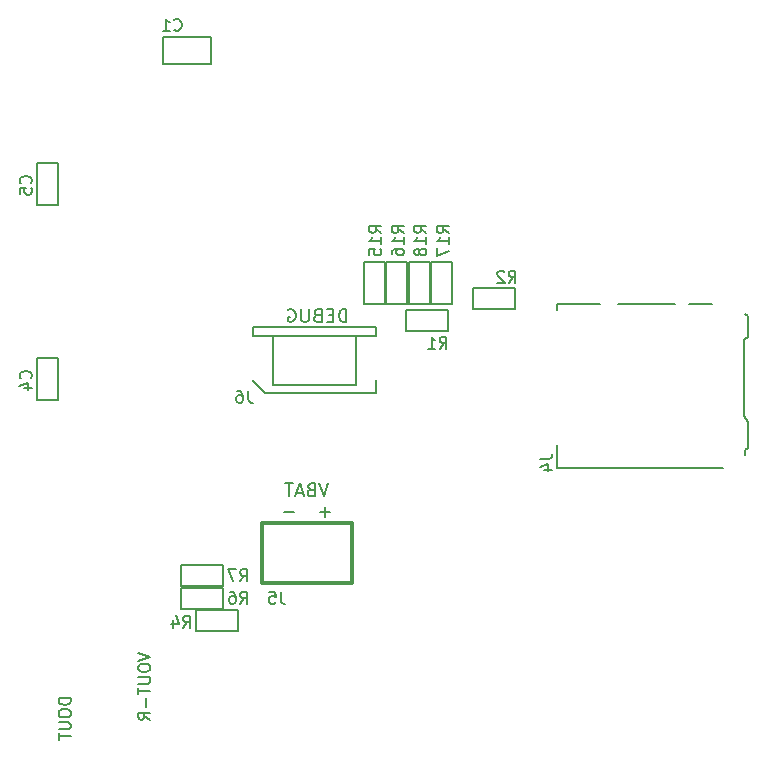
<source format=gbo>
G04 #@! TF.FileFunction,Legend,Bot*
%FSLAX46Y46*%
G04 Gerber Fmt 4.6, Leading zero omitted, Abs format (unit mm)*
G04 Created by KiCad (PCBNEW (2015-04-03 BZR 5570)-product) date Mon Apr  6 03:58:37 2015*
%MOMM*%
G01*
G04 APERTURE LIST*
%ADD10C,0.150000*%
%ADD11C,0.180000*%
%ADD12C,0.300000*%
G04 APERTURE END LIST*
D10*
D11*
X141145904Y-105526619D02*
X141145904Y-104426619D01*
X140883999Y-104426619D01*
X140726857Y-104479000D01*
X140622095Y-104583762D01*
X140569714Y-104688524D01*
X140517333Y-104898048D01*
X140517333Y-105055190D01*
X140569714Y-105264714D01*
X140622095Y-105369476D01*
X140726857Y-105474238D01*
X140883999Y-105526619D01*
X141145904Y-105526619D01*
X140045904Y-104950429D02*
X139679238Y-104950429D01*
X139522095Y-105526619D02*
X140045904Y-105526619D01*
X140045904Y-104426619D01*
X139522095Y-104426619D01*
X138684000Y-104950429D02*
X138526857Y-105002810D01*
X138474476Y-105055190D01*
X138422095Y-105159952D01*
X138422095Y-105317095D01*
X138474476Y-105421857D01*
X138526857Y-105474238D01*
X138631619Y-105526619D01*
X139050666Y-105526619D01*
X139050666Y-104426619D01*
X138684000Y-104426619D01*
X138579238Y-104479000D01*
X138526857Y-104531381D01*
X138474476Y-104636143D01*
X138474476Y-104740905D01*
X138526857Y-104845667D01*
X138579238Y-104898048D01*
X138684000Y-104950429D01*
X139050666Y-104950429D01*
X137950666Y-104426619D02*
X137950666Y-105317095D01*
X137898285Y-105421857D01*
X137845904Y-105474238D01*
X137741142Y-105526619D01*
X137531619Y-105526619D01*
X137426857Y-105474238D01*
X137374476Y-105421857D01*
X137322095Y-105317095D01*
X137322095Y-104426619D01*
X136222095Y-104479000D02*
X136326857Y-104426619D01*
X136484000Y-104426619D01*
X136641142Y-104479000D01*
X136745904Y-104583762D01*
X136798285Y-104688524D01*
X136850666Y-104898048D01*
X136850666Y-105055190D01*
X136798285Y-105264714D01*
X136745904Y-105369476D01*
X136641142Y-105474238D01*
X136484000Y-105526619D01*
X136379238Y-105526619D01*
X136222095Y-105474238D01*
X136169714Y-105421857D01*
X136169714Y-105055190D01*
X136379238Y-105055190D01*
X139602142Y-119187619D02*
X139235475Y-120287619D01*
X138868809Y-119187619D01*
X138135476Y-119711429D02*
X137978333Y-119763810D01*
X137925952Y-119816190D01*
X137873571Y-119920952D01*
X137873571Y-120078095D01*
X137925952Y-120182857D01*
X137978333Y-120235238D01*
X138083095Y-120287619D01*
X138502142Y-120287619D01*
X138502142Y-119187619D01*
X138135476Y-119187619D01*
X138030714Y-119240000D01*
X137978333Y-119292381D01*
X137925952Y-119397143D01*
X137925952Y-119501905D01*
X137978333Y-119606667D01*
X138030714Y-119659048D01*
X138135476Y-119711429D01*
X138502142Y-119711429D01*
X137454523Y-119973333D02*
X136930714Y-119973333D01*
X137559285Y-120287619D02*
X137192618Y-119187619D01*
X136825952Y-120287619D01*
X136616428Y-119187619D02*
X135987857Y-119187619D01*
X136302142Y-120287619D02*
X136302142Y-119187619D01*
X139733095Y-121588571D02*
X138895000Y-121588571D01*
X139314048Y-122007619D02*
X139314048Y-121169524D01*
X136695000Y-121588571D02*
X135856905Y-121588571D01*
X143630000Y-105930000D02*
X133230000Y-105930000D01*
X141930000Y-106730000D02*
X141930000Y-110830000D01*
X141930000Y-110830000D02*
X134930000Y-110830000D01*
X134930000Y-110830000D02*
X134930000Y-106730000D01*
X141930000Y-106730000D02*
X134930000Y-106730000D01*
X143630000Y-105930000D02*
X143630000Y-106730000D01*
X133230000Y-105930000D02*
X133230000Y-106730000D01*
X143630000Y-111530000D02*
X134230000Y-111530000D01*
X143630000Y-111530000D02*
X143630000Y-110430000D01*
X134230000Y-111530000D02*
X133230000Y-110530000D01*
X133230000Y-110530000D02*
X133230000Y-110430000D01*
X141930000Y-106730000D02*
X143630000Y-106730000D01*
X134930000Y-106730000D02*
X133230000Y-106730000D01*
X116713000Y-112141000D02*
X116713000Y-108585000D01*
X116713000Y-108585000D02*
X114935000Y-108585000D01*
X114935000Y-108585000D02*
X114935000Y-112141000D01*
X114935000Y-112141000D02*
X116713000Y-112141000D01*
X116713000Y-95631000D02*
X116713000Y-92075000D01*
X116713000Y-92075000D02*
X114935000Y-92075000D01*
X114935000Y-92075000D02*
X114935000Y-95631000D01*
X114935000Y-95631000D02*
X116713000Y-95631000D01*
X129667000Y-83693000D02*
X125603000Y-83693000D01*
X125603000Y-83693000D02*
X125603000Y-81407000D01*
X125603000Y-81407000D02*
X129667000Y-81407000D01*
X129667000Y-81407000D02*
X129667000Y-83693000D01*
X146177000Y-106299000D02*
X149733000Y-106299000D01*
X149733000Y-106299000D02*
X149733000Y-104521000D01*
X149733000Y-104521000D02*
X146177000Y-104521000D01*
X146177000Y-104521000D02*
X146177000Y-106299000D01*
X155448000Y-102616000D02*
X151892000Y-102616000D01*
X151892000Y-102616000D02*
X151892000Y-104394000D01*
X151892000Y-104394000D02*
X155448000Y-104394000D01*
X155448000Y-104394000D02*
X155448000Y-102616000D01*
X131953000Y-129921000D02*
X128397000Y-129921000D01*
X128397000Y-129921000D02*
X128397000Y-131699000D01*
X128397000Y-131699000D02*
X131953000Y-131699000D01*
X131953000Y-131699000D02*
X131953000Y-129921000D01*
X130683000Y-128016000D02*
X127127000Y-128016000D01*
X127127000Y-128016000D02*
X127127000Y-129794000D01*
X127127000Y-129794000D02*
X130683000Y-129794000D01*
X130683000Y-129794000D02*
X130683000Y-128016000D01*
X130683000Y-126111000D02*
X127127000Y-126111000D01*
X127127000Y-126111000D02*
X127127000Y-127889000D01*
X127127000Y-127889000D02*
X130683000Y-127889000D01*
X130683000Y-127889000D02*
X130683000Y-126111000D01*
X174780000Y-106990000D02*
X174780000Y-113490000D01*
X174930000Y-106990000D02*
X174780000Y-106990000D01*
X175130000Y-106790000D02*
X174930000Y-106990000D01*
X175130000Y-106790000D02*
X175130000Y-105040000D01*
X174780000Y-113490000D02*
X175130000Y-113990000D01*
X175130000Y-113990000D02*
X175130000Y-116190000D01*
X162580000Y-103990000D02*
X158980000Y-103990000D01*
X168980000Y-103990000D02*
X164180000Y-103990000D01*
X172130000Y-103990000D02*
X170180000Y-103990000D01*
X158980000Y-103990000D02*
X158980000Y-104490000D01*
X158980000Y-117840000D02*
X158980000Y-115940000D01*
X173030000Y-117840000D02*
X158980000Y-117840000D01*
X174930000Y-116390000D02*
X174930000Y-116740000D01*
X174930000Y-104840000D02*
X175130000Y-105040000D01*
X174930000Y-116390000D02*
X175130000Y-116190000D01*
D12*
X133985000Y-127635000D02*
X141605000Y-127635000D01*
X141605000Y-127635000D02*
X141605000Y-122555000D01*
X141605000Y-122555000D02*
X133985000Y-122555000D01*
X133985000Y-122555000D02*
X133985000Y-127635000D01*
D11*
X142621000Y-100457000D02*
X142621000Y-104013000D01*
X142621000Y-104013000D02*
X144399000Y-104013000D01*
X144399000Y-104013000D02*
X144399000Y-100457000D01*
X144399000Y-100457000D02*
X142621000Y-100457000D01*
X144526000Y-100457000D02*
X144526000Y-104013000D01*
X144526000Y-104013000D02*
X146304000Y-104013000D01*
X146304000Y-104013000D02*
X146304000Y-100457000D01*
X146304000Y-100457000D02*
X144526000Y-100457000D01*
X148336000Y-100457000D02*
X148336000Y-104013000D01*
X148336000Y-104013000D02*
X150114000Y-104013000D01*
X150114000Y-104013000D02*
X150114000Y-100457000D01*
X150114000Y-100457000D02*
X148336000Y-100457000D01*
X146431000Y-100457000D02*
X146431000Y-104013000D01*
X146431000Y-104013000D02*
X148209000Y-104013000D01*
X148209000Y-104013000D02*
X148209000Y-100457000D01*
X148209000Y-100457000D02*
X146431000Y-100457000D01*
X132826190Y-111347381D02*
X132826190Y-112061667D01*
X132873810Y-112204524D01*
X132969048Y-112299762D01*
X133111905Y-112347381D01*
X133207143Y-112347381D01*
X131921428Y-111347381D02*
X132111905Y-111347381D01*
X132207143Y-111395000D01*
X132254762Y-111442619D01*
X132350000Y-111585476D01*
X132397619Y-111775952D01*
X132397619Y-112156905D01*
X132350000Y-112252143D01*
X132302381Y-112299762D01*
X132207143Y-112347381D01*
X132016666Y-112347381D01*
X131921428Y-112299762D01*
X131873809Y-112252143D01*
X131826190Y-112156905D01*
X131826190Y-111918810D01*
X131873809Y-111823571D01*
X131921428Y-111775952D01*
X132016666Y-111728333D01*
X132207143Y-111728333D01*
X132302381Y-111775952D01*
X132350000Y-111823571D01*
X132397619Y-111918810D01*
X114411143Y-110283524D02*
X114458762Y-110235905D01*
X114506381Y-110093048D01*
X114506381Y-109997810D01*
X114458762Y-109854952D01*
X114363524Y-109759714D01*
X114268286Y-109712095D01*
X114077810Y-109664476D01*
X113934952Y-109664476D01*
X113744476Y-109712095D01*
X113649238Y-109759714D01*
X113554000Y-109854952D01*
X113506381Y-109997810D01*
X113506381Y-110093048D01*
X113554000Y-110235905D01*
X113601619Y-110283524D01*
X113839714Y-111140667D02*
X114506381Y-111140667D01*
X113458762Y-110902571D02*
X114173048Y-110664476D01*
X114173048Y-111283524D01*
X114411143Y-93773524D02*
X114458762Y-93725905D01*
X114506381Y-93583048D01*
X114506381Y-93487810D01*
X114458762Y-93344952D01*
X114363524Y-93249714D01*
X114268286Y-93202095D01*
X114077810Y-93154476D01*
X113934952Y-93154476D01*
X113744476Y-93202095D01*
X113649238Y-93249714D01*
X113554000Y-93344952D01*
X113506381Y-93487810D01*
X113506381Y-93583048D01*
X113554000Y-93725905D01*
X113601619Y-93773524D01*
X113506381Y-94678286D02*
X113506381Y-94202095D01*
X113982571Y-94154476D01*
X113934952Y-94202095D01*
X113887333Y-94297333D01*
X113887333Y-94535429D01*
X113934952Y-94630667D01*
X113982571Y-94678286D01*
X114077810Y-94725905D01*
X114315905Y-94725905D01*
X114411143Y-94678286D01*
X114458762Y-94630667D01*
X114506381Y-94535429D01*
X114506381Y-94297333D01*
X114458762Y-94202095D01*
X114411143Y-94154476D01*
X126571476Y-80756143D02*
X126619095Y-80803762D01*
X126761952Y-80851381D01*
X126857190Y-80851381D01*
X127000048Y-80803762D01*
X127095286Y-80708524D01*
X127142905Y-80613286D01*
X127190524Y-80422810D01*
X127190524Y-80279952D01*
X127142905Y-80089476D01*
X127095286Y-79994238D01*
X127000048Y-79899000D01*
X126857190Y-79851381D01*
X126761952Y-79851381D01*
X126619095Y-79899000D01*
X126571476Y-79946619D01*
X125619095Y-80851381D02*
X126190524Y-80851381D01*
X125904810Y-80851381D02*
X125904810Y-79851381D01*
X126000048Y-79994238D01*
X126095286Y-80089476D01*
X126190524Y-80137095D01*
X149050476Y-107775381D02*
X149383810Y-107299190D01*
X149621905Y-107775381D02*
X149621905Y-106775381D01*
X149240952Y-106775381D01*
X149145714Y-106823000D01*
X149098095Y-106870619D01*
X149050476Y-106965857D01*
X149050476Y-107108714D01*
X149098095Y-107203952D01*
X149145714Y-107251571D01*
X149240952Y-107299190D01*
X149621905Y-107299190D01*
X148098095Y-107775381D02*
X148669524Y-107775381D01*
X148383810Y-107775381D02*
X148383810Y-106775381D01*
X148479048Y-106918238D01*
X148574286Y-107013476D01*
X148669524Y-107061095D01*
X154892476Y-102187381D02*
X155225810Y-101711190D01*
X155463905Y-102187381D02*
X155463905Y-101187381D01*
X155082952Y-101187381D01*
X154987714Y-101235000D01*
X154940095Y-101282619D01*
X154892476Y-101377857D01*
X154892476Y-101520714D01*
X154940095Y-101615952D01*
X154987714Y-101663571D01*
X155082952Y-101711190D01*
X155463905Y-101711190D01*
X154511524Y-101282619D02*
X154463905Y-101235000D01*
X154368667Y-101187381D01*
X154130571Y-101187381D01*
X154035333Y-101235000D01*
X153987714Y-101282619D01*
X153940095Y-101377857D01*
X153940095Y-101473095D01*
X153987714Y-101615952D01*
X154559143Y-102187381D01*
X153940095Y-102187381D01*
X127333476Y-131397381D02*
X127666810Y-130921190D01*
X127904905Y-131397381D02*
X127904905Y-130397381D01*
X127523952Y-130397381D01*
X127428714Y-130445000D01*
X127381095Y-130492619D01*
X127333476Y-130587857D01*
X127333476Y-130730714D01*
X127381095Y-130825952D01*
X127428714Y-130873571D01*
X127523952Y-130921190D01*
X127904905Y-130921190D01*
X126476333Y-130730714D02*
X126476333Y-131397381D01*
X126714429Y-130349762D02*
X126952524Y-131064048D01*
X126333476Y-131064048D01*
X132159476Y-129365381D02*
X132492810Y-128889190D01*
X132730905Y-129365381D02*
X132730905Y-128365381D01*
X132349952Y-128365381D01*
X132254714Y-128413000D01*
X132207095Y-128460619D01*
X132159476Y-128555857D01*
X132159476Y-128698714D01*
X132207095Y-128793952D01*
X132254714Y-128841571D01*
X132349952Y-128889190D01*
X132730905Y-128889190D01*
X131302333Y-128365381D02*
X131492810Y-128365381D01*
X131588048Y-128413000D01*
X131635667Y-128460619D01*
X131730905Y-128603476D01*
X131778524Y-128793952D01*
X131778524Y-129174905D01*
X131730905Y-129270143D01*
X131683286Y-129317762D01*
X131588048Y-129365381D01*
X131397571Y-129365381D01*
X131302333Y-129317762D01*
X131254714Y-129270143D01*
X131207095Y-129174905D01*
X131207095Y-128936810D01*
X131254714Y-128841571D01*
X131302333Y-128793952D01*
X131397571Y-128746333D01*
X131588048Y-128746333D01*
X131683286Y-128793952D01*
X131730905Y-128841571D01*
X131778524Y-128936810D01*
X132159476Y-127460381D02*
X132492810Y-126984190D01*
X132730905Y-127460381D02*
X132730905Y-126460381D01*
X132349952Y-126460381D01*
X132254714Y-126508000D01*
X132207095Y-126555619D01*
X132159476Y-126650857D01*
X132159476Y-126793714D01*
X132207095Y-126888952D01*
X132254714Y-126936571D01*
X132349952Y-126984190D01*
X132730905Y-126984190D01*
X131826143Y-126460381D02*
X131159476Y-126460381D01*
X131588048Y-127460381D01*
X157575381Y-117109810D02*
X158289667Y-117109810D01*
X158432524Y-117062190D01*
X158527762Y-116966952D01*
X158575381Y-116824095D01*
X158575381Y-116728857D01*
X157908714Y-118014572D02*
X158575381Y-118014572D01*
X157527762Y-117776476D02*
X158242048Y-117538381D01*
X158242048Y-118157429D01*
X135588333Y-128357381D02*
X135588333Y-129071667D01*
X135635953Y-129214524D01*
X135731191Y-129309762D01*
X135874048Y-129357381D01*
X135969286Y-129357381D01*
X134635952Y-128357381D02*
X135112143Y-128357381D01*
X135159762Y-128833571D01*
X135112143Y-128785952D01*
X135016905Y-128738333D01*
X134778809Y-128738333D01*
X134683571Y-128785952D01*
X134635952Y-128833571D01*
X134588333Y-128928810D01*
X134588333Y-129166905D01*
X134635952Y-129262143D01*
X134683571Y-129309762D01*
X134778809Y-129357381D01*
X135016905Y-129357381D01*
X135112143Y-129309762D01*
X135159762Y-129262143D01*
X117800381Y-137374524D02*
X116800381Y-137374524D01*
X116800381Y-137612619D01*
X116848000Y-137755477D01*
X116943238Y-137850715D01*
X117038476Y-137898334D01*
X117228952Y-137945953D01*
X117371810Y-137945953D01*
X117562286Y-137898334D01*
X117657524Y-137850715D01*
X117752762Y-137755477D01*
X117800381Y-137612619D01*
X117800381Y-137374524D01*
X116800381Y-138565000D02*
X116800381Y-138755477D01*
X116848000Y-138850715D01*
X116943238Y-138945953D01*
X117133714Y-138993572D01*
X117467048Y-138993572D01*
X117657524Y-138945953D01*
X117752762Y-138850715D01*
X117800381Y-138755477D01*
X117800381Y-138565000D01*
X117752762Y-138469762D01*
X117657524Y-138374524D01*
X117467048Y-138326905D01*
X117133714Y-138326905D01*
X116943238Y-138374524D01*
X116848000Y-138469762D01*
X116800381Y-138565000D01*
X116800381Y-139422143D02*
X117609905Y-139422143D01*
X117705143Y-139469762D01*
X117752762Y-139517381D01*
X117800381Y-139612619D01*
X117800381Y-139803096D01*
X117752762Y-139898334D01*
X117705143Y-139945953D01*
X117609905Y-139993572D01*
X116800381Y-139993572D01*
X116800381Y-140326905D02*
X116800381Y-140898334D01*
X117800381Y-140612619D02*
X116800381Y-140612619D01*
X123531381Y-133517048D02*
X124531381Y-133850381D01*
X123531381Y-134183715D01*
X123531381Y-134707524D02*
X123531381Y-134898001D01*
X123579000Y-134993239D01*
X123674238Y-135088477D01*
X123864714Y-135136096D01*
X124198048Y-135136096D01*
X124388524Y-135088477D01*
X124483762Y-134993239D01*
X124531381Y-134898001D01*
X124531381Y-134707524D01*
X124483762Y-134612286D01*
X124388524Y-134517048D01*
X124198048Y-134469429D01*
X123864714Y-134469429D01*
X123674238Y-134517048D01*
X123579000Y-134612286D01*
X123531381Y-134707524D01*
X123531381Y-135564667D02*
X124340905Y-135564667D01*
X124436143Y-135612286D01*
X124483762Y-135659905D01*
X124531381Y-135755143D01*
X124531381Y-135945620D01*
X124483762Y-136040858D01*
X124436143Y-136088477D01*
X124340905Y-136136096D01*
X123531381Y-136136096D01*
X123531381Y-136469429D02*
X123531381Y-137040858D01*
X124531381Y-136755143D02*
X123531381Y-136755143D01*
X124150429Y-137374191D02*
X124150429Y-138136096D01*
X124531381Y-139183715D02*
X124055190Y-138850381D01*
X124531381Y-138612286D02*
X123531381Y-138612286D01*
X123531381Y-138993239D01*
X123579000Y-139088477D01*
X123626619Y-139136096D01*
X123721857Y-139183715D01*
X123864714Y-139183715D01*
X123959952Y-139136096D01*
X124007571Y-139088477D01*
X124055190Y-138993239D01*
X124055190Y-138612286D01*
X144097381Y-97964524D02*
X143621190Y-97631190D01*
X144097381Y-97393095D02*
X143097381Y-97393095D01*
X143097381Y-97774048D01*
X143145000Y-97869286D01*
X143192619Y-97916905D01*
X143287857Y-97964524D01*
X143430714Y-97964524D01*
X143525952Y-97916905D01*
X143573571Y-97869286D01*
X143621190Y-97774048D01*
X143621190Y-97393095D01*
X144097381Y-98916905D02*
X144097381Y-98345476D01*
X144097381Y-98631190D02*
X143097381Y-98631190D01*
X143240238Y-98535952D01*
X143335476Y-98440714D01*
X143383095Y-98345476D01*
X143097381Y-99821667D02*
X143097381Y-99345476D01*
X143573571Y-99297857D01*
X143525952Y-99345476D01*
X143478333Y-99440714D01*
X143478333Y-99678810D01*
X143525952Y-99774048D01*
X143573571Y-99821667D01*
X143668810Y-99869286D01*
X143906905Y-99869286D01*
X144002143Y-99821667D01*
X144049762Y-99774048D01*
X144097381Y-99678810D01*
X144097381Y-99440714D01*
X144049762Y-99345476D01*
X144002143Y-99297857D01*
X146002381Y-97964524D02*
X145526190Y-97631190D01*
X146002381Y-97393095D02*
X145002381Y-97393095D01*
X145002381Y-97774048D01*
X145050000Y-97869286D01*
X145097619Y-97916905D01*
X145192857Y-97964524D01*
X145335714Y-97964524D01*
X145430952Y-97916905D01*
X145478571Y-97869286D01*
X145526190Y-97774048D01*
X145526190Y-97393095D01*
X146002381Y-98916905D02*
X146002381Y-98345476D01*
X146002381Y-98631190D02*
X145002381Y-98631190D01*
X145145238Y-98535952D01*
X145240476Y-98440714D01*
X145288095Y-98345476D01*
X145002381Y-99774048D02*
X145002381Y-99583571D01*
X145050000Y-99488333D01*
X145097619Y-99440714D01*
X145240476Y-99345476D01*
X145430952Y-99297857D01*
X145811905Y-99297857D01*
X145907143Y-99345476D01*
X145954762Y-99393095D01*
X146002381Y-99488333D01*
X146002381Y-99678810D01*
X145954762Y-99774048D01*
X145907143Y-99821667D01*
X145811905Y-99869286D01*
X145573810Y-99869286D01*
X145478571Y-99821667D01*
X145430952Y-99774048D01*
X145383333Y-99678810D01*
X145383333Y-99488333D01*
X145430952Y-99393095D01*
X145478571Y-99345476D01*
X145573810Y-99297857D01*
X149812381Y-97964524D02*
X149336190Y-97631190D01*
X149812381Y-97393095D02*
X148812381Y-97393095D01*
X148812381Y-97774048D01*
X148860000Y-97869286D01*
X148907619Y-97916905D01*
X149002857Y-97964524D01*
X149145714Y-97964524D01*
X149240952Y-97916905D01*
X149288571Y-97869286D01*
X149336190Y-97774048D01*
X149336190Y-97393095D01*
X149812381Y-98916905D02*
X149812381Y-98345476D01*
X149812381Y-98631190D02*
X148812381Y-98631190D01*
X148955238Y-98535952D01*
X149050476Y-98440714D01*
X149098095Y-98345476D01*
X148812381Y-99250238D02*
X148812381Y-99916905D01*
X149812381Y-99488333D01*
X147907381Y-97964524D02*
X147431190Y-97631190D01*
X147907381Y-97393095D02*
X146907381Y-97393095D01*
X146907381Y-97774048D01*
X146955000Y-97869286D01*
X147002619Y-97916905D01*
X147097857Y-97964524D01*
X147240714Y-97964524D01*
X147335952Y-97916905D01*
X147383571Y-97869286D01*
X147431190Y-97774048D01*
X147431190Y-97393095D01*
X147907381Y-98916905D02*
X147907381Y-98345476D01*
X147907381Y-98631190D02*
X146907381Y-98631190D01*
X147050238Y-98535952D01*
X147145476Y-98440714D01*
X147193095Y-98345476D01*
X147335952Y-99488333D02*
X147288333Y-99393095D01*
X147240714Y-99345476D01*
X147145476Y-99297857D01*
X147097857Y-99297857D01*
X147002619Y-99345476D01*
X146955000Y-99393095D01*
X146907381Y-99488333D01*
X146907381Y-99678810D01*
X146955000Y-99774048D01*
X147002619Y-99821667D01*
X147097857Y-99869286D01*
X147145476Y-99869286D01*
X147240714Y-99821667D01*
X147288333Y-99774048D01*
X147335952Y-99678810D01*
X147335952Y-99488333D01*
X147383571Y-99393095D01*
X147431190Y-99345476D01*
X147526429Y-99297857D01*
X147716905Y-99297857D01*
X147812143Y-99345476D01*
X147859762Y-99393095D01*
X147907381Y-99488333D01*
X147907381Y-99678810D01*
X147859762Y-99774048D01*
X147812143Y-99821667D01*
X147716905Y-99869286D01*
X147526429Y-99869286D01*
X147431190Y-99821667D01*
X147383571Y-99774048D01*
X147335952Y-99678810D01*
M02*

</source>
